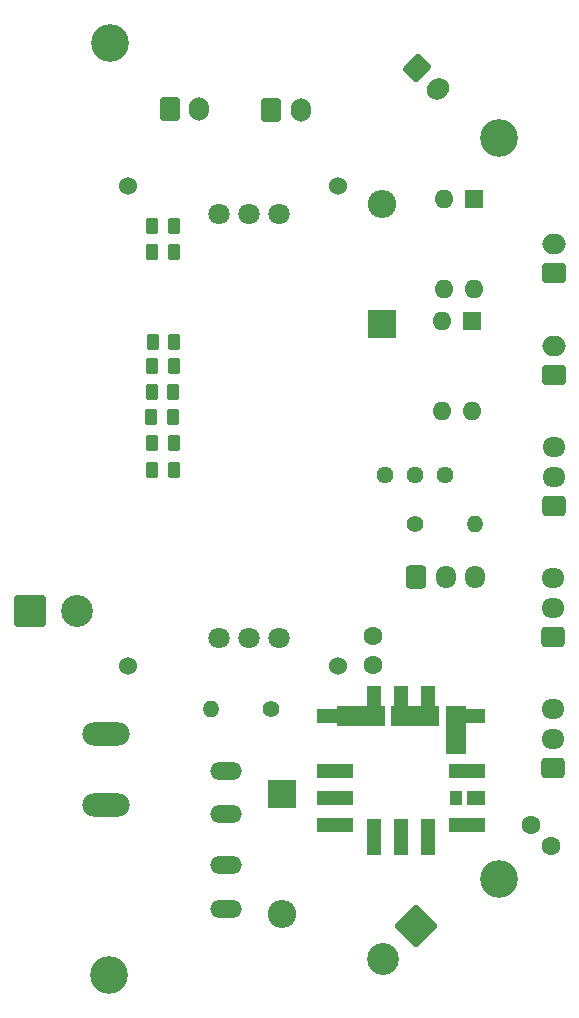
<source format=gbr>
%TF.GenerationSoftware,KiCad,Pcbnew,7.0.9*%
%TF.CreationDate,2025-05-06T13:31:18+09:00*%
%TF.ProjectId,PowerBored,506f7765-7242-46f7-9265-642e6b696361,rev?*%
%TF.SameCoordinates,Original*%
%TF.FileFunction,Soldermask,Top*%
%TF.FilePolarity,Negative*%
%FSLAX46Y46*%
G04 Gerber Fmt 4.6, Leading zero omitted, Abs format (unit mm)*
G04 Created by KiCad (PCBNEW 7.0.9) date 2025-05-06 13:31:18*
%MOMM*%
%LPD*%
G01*
G04 APERTURE LIST*
G04 Aperture macros list*
%AMRoundRect*
0 Rectangle with rounded corners*
0 $1 Rounding radius*
0 $2 $3 $4 $5 $6 $7 $8 $9 X,Y pos of 4 corners*
0 Add a 4 corners polygon primitive as box body*
4,1,4,$2,$3,$4,$5,$6,$7,$8,$9,$2,$3,0*
0 Add four circle primitives for the rounded corners*
1,1,$1+$1,$2,$3*
1,1,$1+$1,$4,$5*
1,1,$1+$1,$6,$7*
1,1,$1+$1,$8,$9*
0 Add four rect primitives between the rounded corners*
20,1,$1+$1,$2,$3,$4,$5,0*
20,1,$1+$1,$4,$5,$6,$7,0*
20,1,$1+$1,$6,$7,$8,$9,0*
20,1,$1+$1,$8,$9,$2,$3,0*%
%AMHorizOval*
0 Thick line with rounded ends*
0 $1 width*
0 $2 $3 position (X,Y) of the first rounded end (center of the circle)*
0 $4 $5 position (X,Y) of the second rounded end (center of the circle)*
0 Add line between two ends*
20,1,$1,$2,$3,$4,$5,0*
0 Add two circle primitives to create the rounded ends*
1,1,$1,$2,$3*
1,1,$1,$4,$5*%
%AMOutline4P*
0 Free polygon, 4 corners , with rotation*
0 The origin of the aperture is its center*
0 number of corners: always 4*
0 $1 to $8 corner X, Y*
0 $9 Rotation angle, in degrees counterclockwise*
0 create outline with 4 corners*
4,1,4,$1,$2,$3,$4,$5,$6,$7,$8,$1,$2,$9*%
G04 Aperture macros list end*
%ADD10Outline4P,-1.500000X-0.600000X1.500000X-0.600000X1.500000X0.600000X-1.500000X0.600000X0.000000*%
%ADD11Outline4P,-2.035000X-0.885000X2.035000X-0.885000X2.035000X0.885000X-2.035000X0.885000X0.000000*%
%ADD12Outline4P,-0.600000X-1.500000X0.600000X-1.500000X0.600000X1.500000X-0.600000X1.500000X0.000000*%
%ADD13Outline4P,-0.885000X-2.035000X0.885000X-2.035000X0.885000X2.035000X-0.885000X2.035000X0.000000*%
%ADD14Outline4P,-0.750000X-0.600000X0.750000X-0.600000X0.750000X0.600000X-0.750000X0.600000X0.000000*%
%ADD15Outline4P,-0.500000X-0.600000X0.500000X-0.600000X0.500000X0.600000X-0.500000X0.600000X0.000000*%
%ADD16RoundRect,0.250000X0.725000X-0.600000X0.725000X0.600000X-0.725000X0.600000X-0.725000X-0.600000X0*%
%ADD17O,1.950000X1.700000*%
%ADD18RoundRect,0.250000X-0.262500X-0.450000X0.262500X-0.450000X0.262500X0.450000X-0.262500X0.450000X0*%
%ADD19C,3.200000*%
%ADD20C,1.400000*%
%ADD21O,1.400000X1.400000*%
%ADD22RoundRect,0.250000X0.262500X0.450000X-0.262500X0.450000X-0.262500X-0.450000X0.262500X-0.450000X0*%
%ADD23RoundRect,0.250000X-0.600000X-0.750000X0.600000X-0.750000X0.600000X0.750000X-0.600000X0.750000X0*%
%ADD24O,1.700000X2.000000*%
%ADD25C,1.600000*%
%ADD26C,1.440000*%
%ADD27RoundRect,0.250001X-1.099999X-1.099999X1.099999X-1.099999X1.099999X1.099999X-1.099999X1.099999X0*%
%ADD28C,2.700000*%
%ADD29RoundRect,0.250000X-0.600000X-0.725000X0.600000X-0.725000X0.600000X0.725000X-0.600000X0.725000X0*%
%ADD30O,1.700000X1.950000*%
%ADD31RoundRect,0.250000X0.750000X-0.600000X0.750000X0.600000X-0.750000X0.600000X-0.750000X-0.600000X0*%
%ADD32O,2.000000X1.700000*%
%ADD33O,2.700000X1.500000*%
%ADD34C,1.800000*%
%ADD35O,4.000000X2.000000*%
%ADD36R,2.400000X2.400000*%
%ADD37O,2.400000X2.400000*%
%ADD38RoundRect,0.250000X-0.954594X-0.106066X-0.106066X-0.954594X0.954594X0.106066X0.106066X0.954594X0*%
%ADD39HorizOval,1.700000X-0.106066X-0.106066X0.106066X0.106066X0*%
%ADD40C,1.524000*%
%ADD41RoundRect,0.250001X0.000000X1.555634X-1.555634X0.000000X0.000000X-1.555634X1.555634X0.000000X0*%
%ADD42R,1.600000X1.600000*%
%ADD43O,1.600000X1.600000*%
G04 APERTURE END LIST*
D10*
%TO.C,U1*%
X213960000Y-108940000D03*
X213960000Y-104360000D03*
D11*
X216125000Y-104360000D03*
D12*
X217270000Y-103340000D03*
X219560000Y-103340000D03*
D11*
X220705000Y-104360000D03*
D12*
X221850000Y-103340000D03*
D13*
X224160000Y-105505000D03*
D10*
X225160000Y-104360000D03*
X225160000Y-108940000D03*
X225160000Y-113520000D03*
D12*
X219560000Y-114540000D03*
X217270000Y-114540000D03*
D10*
X213960000Y-113520000D03*
X213960000Y-111230000D03*
D14*
X225910000Y-111230000D03*
D12*
X221850000Y-114540000D03*
D15*
X224160000Y-111230000D03*
%TD*%
D16*
%TO.C,12V*%
X232440000Y-97650000D03*
D17*
X232440000Y-95150000D03*
X232440000Y-92650000D03*
%TD*%
D18*
%TO.C,R9*%
X198466000Y-81240000D03*
X200291000Y-81240000D03*
%TD*%
D16*
%TO.C,FET*%
X232460000Y-86550000D03*
D17*
X232460000Y-84050000D03*
X232460000Y-81550000D03*
%TD*%
D19*
%TO.C,REF\u002A\u002A*%
X194860000Y-126240000D03*
%TD*%
D20*
%TO.C,R1*%
X208520000Y-103750000D03*
D21*
X203440000Y-103750000D03*
%TD*%
D22*
%TO.C,R10*%
X200238500Y-79010000D03*
X198413500Y-79010000D03*
%TD*%
D18*
%TO.C,R6*%
X198493500Y-83480000D03*
X200318500Y-83480000D03*
%TD*%
D23*
%TO.C,C3*%
X199970000Y-52960000D03*
D24*
X202470000Y-52960000D03*
%TD*%
D19*
%TO.C,REF\u002A\u002A*%
X227830000Y-118100000D03*
%TD*%
D25*
%TO.C,C1*%
X217170000Y-100036000D03*
X217170000Y-97536000D03*
%TD*%
D22*
%TO.C,R3*%
X200303500Y-62830000D03*
X198478500Y-62830000D03*
%TD*%
D26*
%TO.C,RV1*%
X218220000Y-83910000D03*
X220760000Y-83910000D03*
X223300000Y-83910000D03*
%TD*%
D27*
%TO.C,Voltage_Check*%
X188110000Y-95400000D03*
D28*
X192070000Y-95400000D03*
%TD*%
D16*
%TO.C,12V*%
X232440000Y-108740000D03*
D17*
X232440000Y-106240000D03*
X232440000Y-103740000D03*
%TD*%
D19*
%TO.C,REF\u002A\u002A*%
X194920000Y-47320000D03*
%TD*%
%TO.C,REF\u002A\u002A*%
X227830000Y-55410000D03*
%TD*%
D29*
%TO.C,Switch*%
X220830000Y-92580000D03*
D30*
X223330000Y-92580000D03*
X225830000Y-92580000D03*
%TD*%
D31*
%TO.C,5V*%
X232470000Y-66830000D03*
D32*
X232470000Y-64330000D03*
%TD*%
D23*
%TO.C,C4*%
X208560000Y-53030000D03*
D24*
X211060000Y-53030000D03*
%TD*%
D33*
%TO.C,Fuse*%
X204710000Y-120650000D03*
X204710000Y-116950000D03*
X204710000Y-112650000D03*
X204710000Y-108950000D03*
%TD*%
D34*
%TO.C,Q2*%
X206670000Y-61799000D03*
X209210000Y-61799000D03*
X204130000Y-61799000D03*
%TD*%
D18*
%TO.C,R4*%
X198518500Y-72630000D03*
X200343500Y-72630000D03*
%TD*%
%TO.C,R7*%
X198428500Y-76890000D03*
X200253500Y-76890000D03*
%TD*%
D35*
%TO.C,Switch*%
X194550000Y-111820000D03*
X194550000Y-105820000D03*
%TD*%
D20*
%TO.C,R2*%
X220730000Y-88050000D03*
D21*
X225810000Y-88050000D03*
%TD*%
D18*
%TO.C,R8*%
X198468500Y-74720000D03*
X200293500Y-74720000D03*
%TD*%
D36*
%TO.C,D2*%
X209460000Y-110890000D03*
D37*
X209460000Y-121050000D03*
%TD*%
D38*
%TO.C,Selnoid*%
X220910000Y-49500000D03*
D39*
X222677767Y-51267767D03*
%TD*%
D36*
%TO.C,D1*%
X217970000Y-71120000D03*
D37*
X217970000Y-60960000D03*
%TD*%
D40*
%TO.C,U2*%
X196450000Y-100090000D03*
X214230000Y-100090000D03*
X196450000Y-59450000D03*
X214230000Y-59450000D03*
%TD*%
D34*
%TO.C,Q1*%
X206640000Y-97681000D03*
X204100000Y-97681000D03*
X209180000Y-97681000D03*
%TD*%
D41*
%TO.C,BT1*%
X220820000Y-122140000D03*
D28*
X218019857Y-124940143D03*
%TD*%
D31*
%TO.C,5V*%
X232470000Y-75470000D03*
D32*
X232470000Y-72970000D03*
%TD*%
D42*
%TO.C,U4*%
X225525000Y-70890000D03*
D43*
X222985000Y-70890000D03*
X222985000Y-78510000D03*
X225525000Y-78510000D03*
%TD*%
D25*
%TO.C,106*%
X230510117Y-113538000D03*
X232277884Y-115305767D03*
%TD*%
D18*
%TO.C,R5*%
X198488500Y-65030000D03*
X200313500Y-65030000D03*
%TD*%
D42*
%TO.C,U3*%
X225725000Y-60540000D03*
D43*
X223185000Y-60540000D03*
X223185000Y-68160000D03*
X225725000Y-68160000D03*
%TD*%
M02*

</source>
